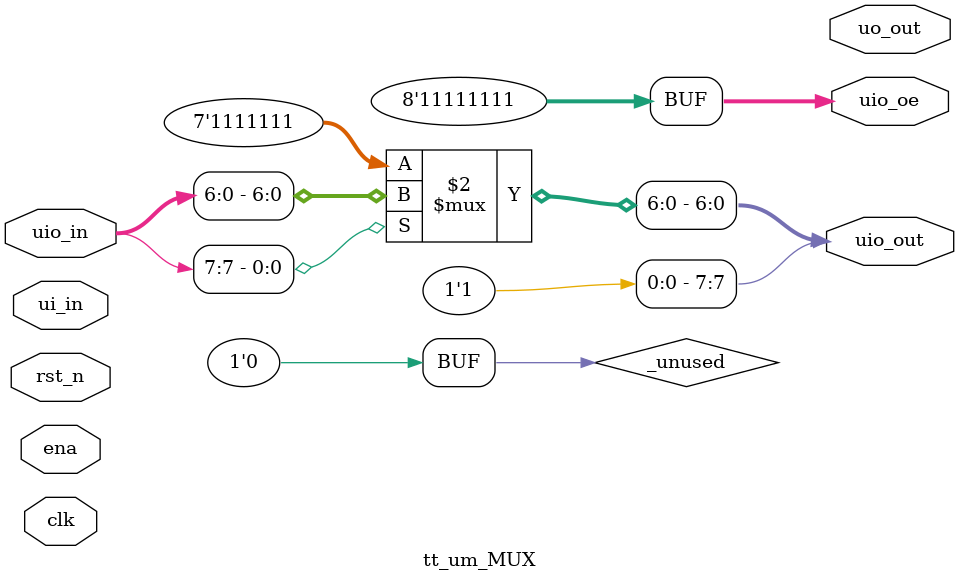
<source format=v>
/*
 * Copyright (c) 2024 Sally Qiao (Hui Qiao)
 * SPDX-License-Identifier: Apache-2.0
 */

`default_nettype none

module tt_um_MUX (
    input  wire [7:0] ui_in,    // Dedicated inputs
    output wire [7:0] uo_out,   // Dedicated outputs
    input  wire [7:0] uio_in,   // IOs: Input path
    output wire [7:0] uio_out,  // IOs: Output path
    output wire [7:0] uio_oe,   // IOs: Enable path (active high: 0=input, 1=output)
    input  wire       ena,      // always 1 when the design is powered, so you can ignore it
    input  wire       clk,      // clock
    input  wire       rst_n     // reset_n - low to reset
);

  
  assign uio_oe  = 255;
  assign uio_out[6:0] = (uio_in[7] == uio_oe[7]) ? uio_in[6:0] : uio_oe[6:0];
    assign uio_out [7] = 1;
                            
  // List all unused inputs to prevent warnings
  wire _unused = &{ena, clk, rst_n, 1'b0};

endmodule

</source>
